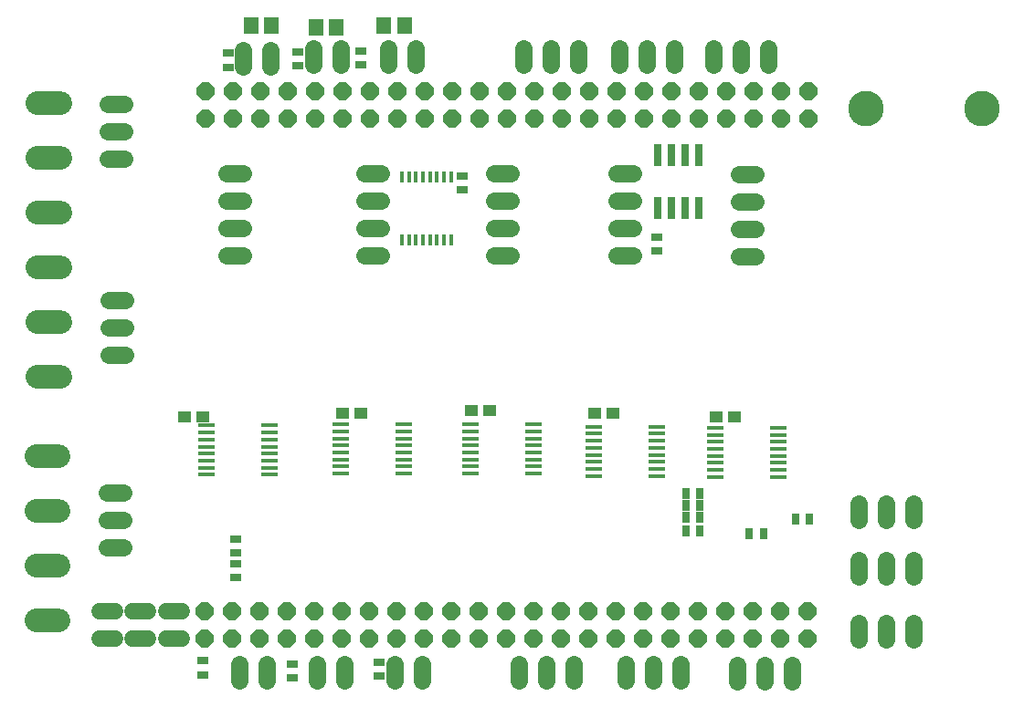
<source format=gbs>
G75*
G70*
%OFA0B0*%
%FSLAX24Y24*%
%IPPOS*%
%LPD*%
%AMOC8*
5,1,8,0,0,1.08239X$1,22.5*
%
%ADD10C,0.1300*%
%ADD11OC8,0.0640*%
%ADD12C,0.0640*%
%ADD13R,0.0620X0.0180*%
%ADD14R,0.0160X0.0430*%
%ADD15R,0.0250X0.0820*%
%ADD16R,0.0394X0.0316*%
%ADD17C,0.0600*%
%ADD18R,0.0552X0.0631*%
%ADD19R,0.0316X0.0394*%
%ADD20R,0.0473X0.0434*%
%ADD21C,0.0865*%
D10*
X033941Y026134D03*
X038193Y026134D03*
D11*
X031846Y025776D03*
X030846Y025776D03*
X029846Y025776D03*
X028846Y025776D03*
X027846Y025776D03*
X026846Y025776D03*
X025846Y025776D03*
X024846Y025776D03*
X023846Y025776D03*
X022846Y025776D03*
X021846Y025776D03*
X020846Y025776D03*
X019846Y025776D03*
X018846Y025776D03*
X017846Y025776D03*
X016846Y025776D03*
X015846Y025776D03*
X014846Y025776D03*
X013846Y025776D03*
X012846Y025776D03*
X011846Y025776D03*
X010846Y025776D03*
X009846Y025776D03*
X009846Y026776D03*
X010846Y026776D03*
X011846Y026776D03*
X012846Y026776D03*
X013846Y026776D03*
X014846Y026776D03*
X015846Y026776D03*
X016846Y026776D03*
X017846Y026776D03*
X018846Y026776D03*
X019846Y026776D03*
X020846Y026776D03*
X021846Y026776D03*
X022846Y026776D03*
X023846Y026776D03*
X024846Y026776D03*
X025846Y026776D03*
X026846Y026776D03*
X027846Y026776D03*
X028846Y026776D03*
X029846Y026776D03*
X030846Y026776D03*
X031846Y026776D03*
X031831Y007776D03*
X031831Y006776D03*
X030831Y006776D03*
X029831Y006776D03*
X029831Y007776D03*
X030831Y007776D03*
X028831Y007776D03*
X027831Y007776D03*
X027831Y006776D03*
X028831Y006776D03*
X026831Y006776D03*
X025831Y006776D03*
X025831Y007776D03*
X026831Y007776D03*
X024831Y007776D03*
X023831Y007776D03*
X023831Y006776D03*
X024831Y006776D03*
X022831Y006776D03*
X021831Y006776D03*
X021831Y007776D03*
X022831Y007776D03*
X020831Y007776D03*
X019831Y007776D03*
X018831Y007776D03*
X018831Y006776D03*
X019831Y006776D03*
X020831Y006776D03*
X017831Y006776D03*
X016831Y006776D03*
X016831Y007776D03*
X017831Y007776D03*
X015831Y007776D03*
X014831Y007776D03*
X014831Y006776D03*
X015831Y006776D03*
X013831Y006776D03*
X012831Y006776D03*
X012831Y007776D03*
X013831Y007776D03*
X011831Y007776D03*
X010831Y007776D03*
X010831Y006776D03*
X011831Y006776D03*
X009831Y006776D03*
X009831Y007776D03*
D12*
X011079Y005844D02*
X011079Y005244D01*
X012079Y005244D02*
X012079Y005844D01*
X013913Y005844D02*
X013913Y005244D01*
X014913Y005244D02*
X014913Y005844D01*
X016748Y005844D02*
X016748Y005244D01*
X017748Y005244D02*
X017748Y005844D01*
X021287Y005844D02*
X021287Y005244D01*
X022287Y005244D02*
X022287Y005844D01*
X023287Y005844D02*
X023287Y005244D01*
X025185Y005244D02*
X025185Y005844D01*
X026185Y005844D02*
X026185Y005244D01*
X027185Y005244D02*
X027185Y005844D01*
X029240Y005805D02*
X029240Y005205D01*
X030240Y005205D02*
X030240Y005805D01*
X031240Y005805D02*
X031240Y005205D01*
X033689Y006740D02*
X033689Y007340D01*
X034689Y007340D02*
X034689Y006740D01*
X035689Y006740D02*
X035689Y007340D01*
X035689Y009023D02*
X035689Y009623D01*
X034689Y009623D02*
X034689Y009023D01*
X033689Y009023D02*
X033689Y009623D01*
X033689Y011110D02*
X033689Y011710D01*
X034689Y011710D02*
X034689Y011110D01*
X035689Y011110D02*
X035689Y011710D01*
X029910Y020737D02*
X029310Y020737D01*
X029310Y021737D02*
X029910Y021737D01*
X029910Y022737D02*
X029310Y022737D01*
X029310Y023737D02*
X029910Y023737D01*
X025461Y023776D02*
X024861Y023776D01*
X024861Y022776D02*
X025461Y022776D01*
X025461Y021776D02*
X024861Y021776D01*
X024861Y020776D02*
X025461Y020776D01*
X020973Y020776D02*
X020373Y020776D01*
X020373Y021776D02*
X020973Y021776D01*
X020973Y022776D02*
X020373Y022776D01*
X020373Y023776D02*
X020973Y023776D01*
X021445Y027724D02*
X021445Y028324D01*
X022445Y028324D02*
X022445Y027724D01*
X023445Y027724D02*
X023445Y028324D01*
X024949Y028324D02*
X024949Y027724D01*
X025949Y027724D02*
X025949Y028324D01*
X026949Y028324D02*
X026949Y027724D01*
X028374Y027724D02*
X028374Y028324D01*
X029374Y028324D02*
X029374Y027724D01*
X030374Y027724D02*
X030374Y028324D01*
X017512Y028324D02*
X017512Y027724D01*
X016512Y027724D02*
X016512Y028324D01*
X014795Y028324D02*
X014795Y027724D01*
X013795Y027724D02*
X013795Y028324D01*
X012236Y028285D02*
X012236Y027685D01*
X011236Y027685D02*
X011236Y028285D01*
X006894Y026308D02*
X006294Y026308D01*
X006294Y025308D02*
X006894Y025308D01*
X006894Y024308D02*
X006294Y024308D01*
X010609Y023776D02*
X011209Y023776D01*
X011209Y022776D02*
X010609Y022776D01*
X010609Y021776D02*
X011209Y021776D01*
X011209Y020776D02*
X010609Y020776D01*
X006934Y019142D02*
X006334Y019142D01*
X006334Y018142D02*
X006934Y018142D01*
X006934Y017142D02*
X006334Y017142D01*
X006255Y012095D02*
X006855Y012095D01*
X006855Y011095D02*
X006255Y011095D01*
X006255Y010095D02*
X006855Y010095D01*
X015649Y020776D02*
X016249Y020776D01*
X016249Y021776D02*
X015649Y021776D01*
X015649Y022776D02*
X016249Y022776D01*
X016249Y023776D02*
X015649Y023776D01*
D13*
X014799Y014594D03*
X014799Y014334D03*
X014799Y014074D03*
X014799Y013824D03*
X014799Y013564D03*
X014799Y013314D03*
X014799Y013054D03*
X014799Y012794D03*
X017099Y012794D03*
X017099Y013054D03*
X017099Y013314D03*
X017099Y013564D03*
X017099Y013824D03*
X017099Y014074D03*
X017099Y014334D03*
X017099Y014594D03*
X019523Y014594D03*
X019523Y014334D03*
X019523Y014074D03*
X019523Y013824D03*
X019523Y013564D03*
X019523Y013314D03*
X019523Y013054D03*
X019523Y012794D03*
X021823Y012794D03*
X021823Y013054D03*
X021823Y013314D03*
X021823Y013564D03*
X021823Y013824D03*
X021823Y014074D03*
X021823Y014334D03*
X021823Y014594D03*
X024011Y014515D03*
X024011Y014255D03*
X024011Y013995D03*
X024011Y013745D03*
X024011Y013485D03*
X024011Y013235D03*
X024011Y012975D03*
X024011Y012715D03*
X026311Y012715D03*
X026311Y012975D03*
X026311Y013235D03*
X026311Y013485D03*
X026311Y013745D03*
X026311Y013995D03*
X026311Y014255D03*
X026311Y014515D03*
X028460Y014475D03*
X028460Y014215D03*
X028460Y013955D03*
X028460Y013705D03*
X028460Y013445D03*
X028460Y013195D03*
X028460Y012935D03*
X028460Y012675D03*
X030760Y012675D03*
X030760Y012935D03*
X030760Y013195D03*
X030760Y013445D03*
X030760Y013705D03*
X030760Y013955D03*
X030760Y014215D03*
X030760Y014475D03*
X012177Y014554D03*
X012177Y014294D03*
X012177Y014034D03*
X012177Y013784D03*
X012177Y013524D03*
X012177Y013274D03*
X012177Y013014D03*
X012177Y012754D03*
X009877Y012754D03*
X009877Y013014D03*
X009877Y013274D03*
X009877Y013524D03*
X009877Y013784D03*
X009877Y014034D03*
X009877Y014294D03*
X009877Y014554D03*
D14*
X017021Y021324D03*
X017277Y021324D03*
X017533Y021324D03*
X017789Y021324D03*
X018045Y021324D03*
X018301Y021324D03*
X018557Y021324D03*
X018813Y021324D03*
X018813Y023622D03*
X018557Y023622D03*
X018301Y023622D03*
X018045Y023622D03*
X017789Y023622D03*
X017533Y023622D03*
X017277Y023622D03*
X017021Y023622D03*
D15*
X026340Y024427D03*
X026840Y024427D03*
X027340Y024427D03*
X027840Y024427D03*
X027840Y022487D03*
X027340Y022487D03*
X026840Y022487D03*
X026340Y022487D03*
D16*
X026323Y021434D03*
X026323Y020922D03*
X019216Y023162D03*
X019216Y023674D03*
X015516Y027729D03*
X015516Y028241D03*
X013232Y028201D03*
X013232Y027690D03*
X010673Y027650D03*
X010673Y028162D03*
X010949Y010406D03*
X010949Y009894D03*
X010949Y009501D03*
X010949Y008989D03*
X009768Y005957D03*
X009768Y005446D03*
X013035Y005327D03*
X013035Y005839D03*
X016185Y005918D03*
X016185Y005406D03*
D17*
X006544Y006776D02*
X005984Y006776D01*
X005984Y007776D02*
X006544Y007776D01*
X007204Y007776D02*
X007764Y007776D01*
X008425Y007776D02*
X008985Y007776D01*
X008985Y006776D02*
X008425Y006776D01*
X007764Y006776D02*
X007204Y006776D01*
D18*
X011520Y029166D03*
X012268Y029166D03*
X013882Y029087D03*
X014630Y029087D03*
X016362Y029166D03*
X017110Y029166D03*
D19*
X027386Y012079D03*
X027897Y012079D03*
X027897Y011646D03*
X027901Y011209D03*
X027390Y011209D03*
X027386Y011646D03*
X027386Y010717D03*
X027897Y010717D03*
X029705Y010587D03*
X030216Y010587D03*
X031374Y011131D03*
X031886Y011131D03*
D20*
X029157Y014875D03*
X028488Y014875D03*
X024709Y014993D03*
X024039Y014993D03*
X020220Y015111D03*
X019551Y015111D03*
X015535Y014993D03*
X014866Y014993D03*
X009771Y014886D03*
X009102Y014886D03*
D21*
X004542Y016331D02*
X003717Y016331D01*
X003717Y018331D02*
X004542Y018331D01*
X004542Y020331D02*
X003717Y020331D01*
X003717Y022331D02*
X004542Y022331D01*
X004542Y024331D02*
X003717Y024331D01*
X003717Y026331D02*
X004542Y026331D01*
X004503Y013426D02*
X003678Y013426D01*
X003678Y011426D02*
X004503Y011426D01*
X004503Y009426D02*
X003678Y009426D01*
X003678Y007426D02*
X004503Y007426D01*
M02*

</source>
